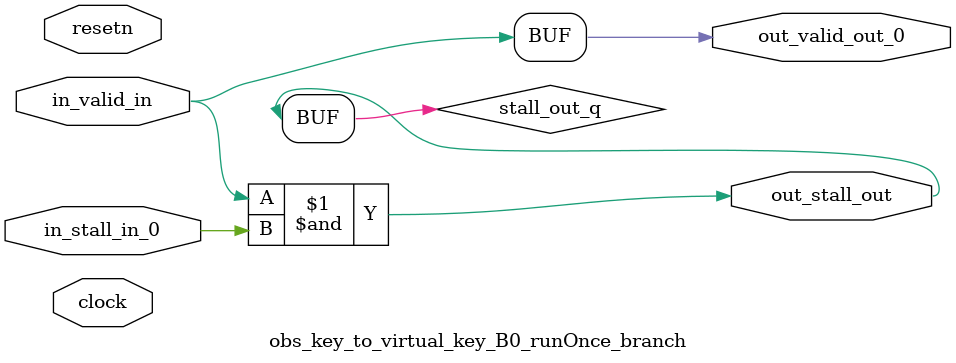
<source format=sv>



(* altera_attribute = "-name AUTO_SHIFT_REGISTER_RECOGNITION OFF; -name MESSAGE_DISABLE 10036; -name MESSAGE_DISABLE 10037; -name MESSAGE_DISABLE 14130; -name MESSAGE_DISABLE 14320; -name MESSAGE_DISABLE 15400; -name MESSAGE_DISABLE 14130; -name MESSAGE_DISABLE 10036; -name MESSAGE_DISABLE 12020; -name MESSAGE_DISABLE 12030; -name MESSAGE_DISABLE 12010; -name MESSAGE_DISABLE 12110; -name MESSAGE_DISABLE 14320; -name MESSAGE_DISABLE 13410; -name MESSAGE_DISABLE 113007; -name MESSAGE_DISABLE 10958" *)
module obs_key_to_virtual_key_B0_runOnce_branch (
    input wire [0:0] in_stall_in_0,
    input wire [0:0] in_valid_in,
    output wire [0:0] out_stall_out,
    output wire [0:0] out_valid_out_0,
    input wire clock,
    input wire resetn
    );

    wire [0:0] stall_out_q;


    // stall_out(LOGICAL,6)
    assign stall_out_q = in_valid_in & in_stall_in_0;

    // out_stall_out(GPOUT,4)
    assign out_stall_out = stall_out_q;

    // out_valid_out_0(GPOUT,5)
    assign out_valid_out_0 = in_valid_in;

endmodule

</source>
